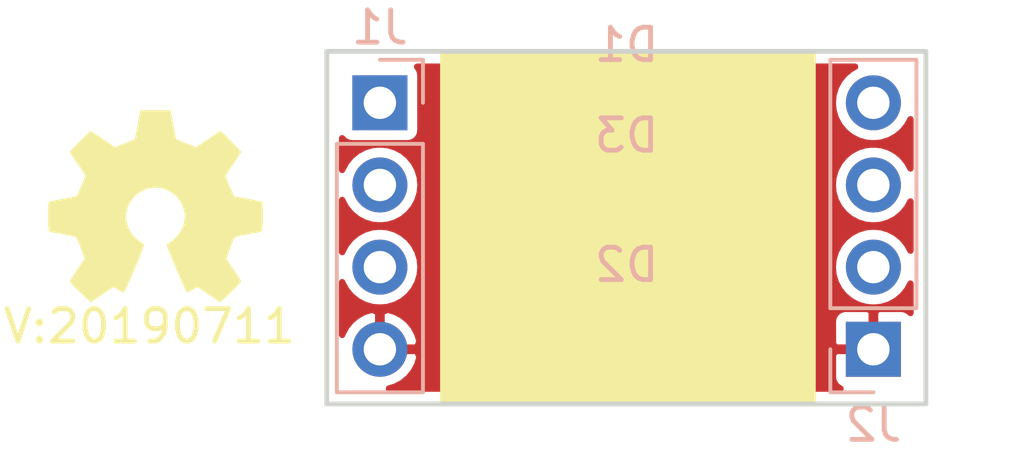
<source format=kicad_pcb>
(kicad_pcb (version 20171130) (host pcbnew 5.1.2-f72e74a~84~ubuntu18.04.1)

  (general
    (thickness 1.6)
    (drawings 4)
    (tracks 0)
    (zones 0)
    (modules 7)
    (nets 8)
  )

  (page A4)
  (layers
    (0 F.Cu signal)
    (31 B.Cu signal)
    (32 B.Adhes user)
    (33 F.Adhes user)
    (34 B.Paste user)
    (35 F.Paste user)
    (36 B.SilkS user)
    (37 F.SilkS user)
    (38 B.Mask user)
    (39 F.Mask user)
    (40 Dwgs.User user)
    (41 Cmts.User user)
    (42 Eco1.User user)
    (43 Eco2.User user)
    (44 Edge.Cuts user)
    (45 Margin user)
    (46 B.CrtYd user)
    (47 F.CrtYd user)
    (48 B.Fab user)
    (49 F.Fab user)
  )

  (setup
    (last_trace_width 0.1524)
    (user_trace_width 0.1524)
    (user_trace_width 0.2)
    (user_trace_width 0.3)
    (user_trace_width 0.4)
    (user_trace_width 0.6)
    (user_trace_width 1)
    (user_trace_width 1.5)
    (user_trace_width 2)
    (trace_clearance 0.1524)
    (zone_clearance 0.508)
    (zone_45_only no)
    (trace_min 0.1524)
    (via_size 0.381)
    (via_drill 0.254)
    (via_min_size 0.381)
    (via_min_drill 0.254)
    (user_via 0.4 0.254)
    (user_via 0.6 0.4)
    (user_via 0.8 0.6)
    (user_via 1 0.8)
    (user_via 1.3 1)
    (user_via 1.5 1.2)
    (user_via 1.7 1.4)
    (user_via 1.9 1.6)
    (uvia_size 0.381)
    (uvia_drill 0.254)
    (uvias_allowed no)
    (uvia_min_size 0.381)
    (uvia_min_drill 0.254)
    (edge_width 0.15)
    (segment_width 0.2)
    (pcb_text_width 0.3)
    (pcb_text_size 1.5 1.5)
    (mod_edge_width 0.15)
    (mod_text_size 1 1)
    (mod_text_width 0.15)
    (pad_size 1.524 1.524)
    (pad_drill 0.762)
    (pad_to_mask_clearance 0.1)
    (solder_mask_min_width 0.1)
    (aux_axis_origin 0 0)
    (visible_elements FFFFFF7F)
    (pcbplotparams
      (layerselection 0x010fc_ffffffff)
      (usegerberextensions true)
      (usegerberattributes false)
      (usegerberadvancedattributes false)
      (creategerberjobfile false)
      (excludeedgelayer true)
      (linewidth 0.100000)
      (plotframeref false)
      (viasonmask false)
      (mode 1)
      (useauxorigin false)
      (hpglpennumber 1)
      (hpglpenspeed 20)
      (hpglpendiameter 15.000000)
      (psnegative false)
      (psa4output false)
      (plotreference true)
      (plotvalue true)
      (plotinvisibletext false)
      (padsonsilk false)
      (subtractmaskfromsilk false)
      (outputformat 1)
      (mirror false)
      (drillshape 0)
      (scaleselection 1)
      (outputdirectory "OSH_Park_2_layer_plots"))
  )

  (net 0 "")
  (net 1 /LED1_A)
  (net 2 /LED1_C)
  (net 3 /LED2_A)
  (net 4 /LED2_C)
  (net 5 /PD_A)
  (net 6 /PD_C)
  (net 7 /VSS)

  (net_class Default "This is the default net class."
    (clearance 0.1524)
    (trace_width 0.1524)
    (via_dia 0.381)
    (via_drill 0.254)
    (uvia_dia 0.381)
    (uvia_drill 0.254)
    (add_net /LED1_A)
    (add_net /LED1_C)
    (add_net /LED2_A)
    (add_net /LED2_C)
    (add_net /PD_A)
    (add_net /PD_C)
    (add_net /VSS)
  )

  (module Connector_PinHeader_2.54mm:PinHeader_1x04_P2.54mm_Vertical (layer B.Cu) (tedit 59FED5CC) (tstamp 5D27EB12)
    (at 170.18 105.41)
    (descr "Through hole straight pin header, 1x04, 2.54mm pitch, single row")
    (tags "Through hole pin header THT 1x04 2.54mm single row")
    (path /5D277F89)
    (fp_text reference J2 (at 0 2.33) (layer B.SilkS)
      (effects (font (size 1 1) (thickness 0.15)) (justify mirror))
    )
    (fp_text value Conn_01x04 (at 0 -9.95) (layer B.Fab)
      (effects (font (size 1 1) (thickness 0.15)) (justify mirror))
    )
    (fp_text user %R (at 0 -3.81 -90) (layer B.Fab)
      (effects (font (size 1 1) (thickness 0.15)) (justify mirror))
    )
    (fp_line (start 1.8 1.8) (end -1.8 1.8) (layer B.CrtYd) (width 0.05))
    (fp_line (start 1.8 -9.4) (end 1.8 1.8) (layer B.CrtYd) (width 0.05))
    (fp_line (start -1.8 -9.4) (end 1.8 -9.4) (layer B.CrtYd) (width 0.05))
    (fp_line (start -1.8 1.8) (end -1.8 -9.4) (layer B.CrtYd) (width 0.05))
    (fp_line (start -1.33 1.33) (end 0 1.33) (layer B.SilkS) (width 0.12))
    (fp_line (start -1.33 0) (end -1.33 1.33) (layer B.SilkS) (width 0.12))
    (fp_line (start -1.33 -1.27) (end 1.33 -1.27) (layer B.SilkS) (width 0.12))
    (fp_line (start 1.33 -1.27) (end 1.33 -8.95) (layer B.SilkS) (width 0.12))
    (fp_line (start -1.33 -1.27) (end -1.33 -8.95) (layer B.SilkS) (width 0.12))
    (fp_line (start -1.33 -8.95) (end 1.33 -8.95) (layer B.SilkS) (width 0.12))
    (fp_line (start -1.27 0.635) (end -0.635 1.27) (layer B.Fab) (width 0.1))
    (fp_line (start -1.27 -8.89) (end -1.27 0.635) (layer B.Fab) (width 0.1))
    (fp_line (start 1.27 -8.89) (end -1.27 -8.89) (layer B.Fab) (width 0.1))
    (fp_line (start 1.27 1.27) (end 1.27 -8.89) (layer B.Fab) (width 0.1))
    (fp_line (start -0.635 1.27) (end 1.27 1.27) (layer B.Fab) (width 0.1))
    (pad 4 thru_hole oval (at 0 -7.62) (size 1.7 1.7) (drill 1) (layers *.Cu *.Mask)
      (net 2 /LED1_C))
    (pad 3 thru_hole oval (at 0 -5.08) (size 1.7 1.7) (drill 1) (layers *.Cu *.Mask)
      (net 6 /PD_C))
    (pad 2 thru_hole oval (at 0 -2.54) (size 1.7 1.7) (drill 1) (layers *.Cu *.Mask)
      (net 4 /LED2_C))
    (pad 1 thru_hole rect (at 0 0) (size 1.7 1.7) (drill 1) (layers *.Cu *.Mask)
      (net 7 /VSS))
    (model ${KISYS3DMOD}/Connector_PinHeader_2.54mm.3dshapes/PinHeader_1x04_P2.54mm_Vertical.wrl
      (at (xyz 0 0 0))
      (scale (xyz 1 1 1))
      (rotate (xyz 0 0 0))
    )
  )

  (module Connector_PinHeader_2.54mm:PinHeader_1x04_P2.54mm_Vertical (layer B.Cu) (tedit 59FED5CC) (tstamp 5D27E54E)
    (at 154.94 97.79 180)
    (descr "Through hole straight pin header, 1x04, 2.54mm pitch, single row")
    (tags "Through hole pin header THT 1x04 2.54mm single row")
    (path /5D277621)
    (fp_text reference J1 (at 0 2.33) (layer B.SilkS)
      (effects (font (size 1 1) (thickness 0.15)) (justify mirror))
    )
    (fp_text value Conn_01x04 (at 0 -9.95) (layer B.Fab)
      (effects (font (size 1 1) (thickness 0.15)) (justify mirror))
    )
    (fp_text user %R (at 0 -3.81 270) (layer B.Fab)
      (effects (font (size 1 1) (thickness 0.15)) (justify mirror))
    )
    (fp_line (start 1.8 1.8) (end -1.8 1.8) (layer B.CrtYd) (width 0.05))
    (fp_line (start 1.8 -9.4) (end 1.8 1.8) (layer B.CrtYd) (width 0.05))
    (fp_line (start -1.8 -9.4) (end 1.8 -9.4) (layer B.CrtYd) (width 0.05))
    (fp_line (start -1.8 1.8) (end -1.8 -9.4) (layer B.CrtYd) (width 0.05))
    (fp_line (start -1.33 1.33) (end 0 1.33) (layer B.SilkS) (width 0.12))
    (fp_line (start -1.33 0) (end -1.33 1.33) (layer B.SilkS) (width 0.12))
    (fp_line (start -1.33 -1.27) (end 1.33 -1.27) (layer B.SilkS) (width 0.12))
    (fp_line (start 1.33 -1.27) (end 1.33 -8.95) (layer B.SilkS) (width 0.12))
    (fp_line (start -1.33 -1.27) (end -1.33 -8.95) (layer B.SilkS) (width 0.12))
    (fp_line (start -1.33 -8.95) (end 1.33 -8.95) (layer B.SilkS) (width 0.12))
    (fp_line (start -1.27 0.635) (end -0.635 1.27) (layer B.Fab) (width 0.1))
    (fp_line (start -1.27 -8.89) (end -1.27 0.635) (layer B.Fab) (width 0.1))
    (fp_line (start 1.27 -8.89) (end -1.27 -8.89) (layer B.Fab) (width 0.1))
    (fp_line (start 1.27 1.27) (end 1.27 -8.89) (layer B.Fab) (width 0.1))
    (fp_line (start -0.635 1.27) (end 1.27 1.27) (layer B.Fab) (width 0.1))
    (pad 4 thru_hole oval (at 0 -7.62 180) (size 1.7 1.7) (drill 1) (layers *.Cu *.Mask)
      (net 7 /VSS))
    (pad 3 thru_hole oval (at 0 -5.08 180) (size 1.7 1.7) (drill 1) (layers *.Cu *.Mask)
      (net 3 /LED2_A))
    (pad 2 thru_hole oval (at 0 -2.54 180) (size 1.7 1.7) (drill 1) (layers *.Cu *.Mask)
      (net 5 /PD_A))
    (pad 1 thru_hole rect (at 0 0 180) (size 1.7 1.7) (drill 1) (layers *.Cu *.Mask)
      (net 1 /LED1_A))
    (model ${KISYS3DMOD}/Connector_PinHeader_2.54mm.3dshapes/PinHeader_1x04_P2.54mm_Vertical.wrl
      (at (xyz 0 0 0))
      (scale (xyz 1 1 1))
      (rotate (xyz 0 0 0))
    )
  )

  (module SquantorDiodes:SFH2440_reverse (layer B.Cu) (tedit 5D27885C) (tstamp 5D27E536)
    (at 162.56 101.6 180)
    (descr "Osram SFH2440 Photodiode Reverse mounting")
    (tags "Osram SFH2440 Photodiode Reverse")
    (path /5D27B9AE)
    (attr smd)
    (fp_text reference D3 (at 0 2.8) (layer B.SilkS)
      (effects (font (size 1 1) (thickness 0.15)) (justify mirror))
    )
    (fp_text value D_Photo (at 0 -3.2) (layer B.Fab)
      (effects (font (size 1 1) (thickness 0.15)) (justify mirror))
    )
    (fp_text user "cut out" (at -0.5 1.7) (layer Dwgs.User)
      (effects (font (size 0.6 0.6) (thickness 0.1)))
    )
    (fp_line (start -3 -2.2) (end -3 2.2) (layer Dwgs.User) (width 0.1))
    (fp_line (start 3 -2.2) (end -3 -2.2) (layer Dwgs.User) (width 0.1))
    (fp_line (start 3 2.2) (end 3 -2.2) (layer Dwgs.User) (width 0.1))
    (fp_line (start -3 2.2) (end 3 2.2) (layer Dwgs.User) (width 0.1))
    (fp_line (start 2.85 0.7) (end 2.85 -0.7) (layer B.Fab) (width 0.1))
    (fp_line (start -2.85 -0.75) (end -2.2 -0.75) (layer B.Fab) (width 0.1))
    (fp_line (start -2.85 0.75) (end -2.2 0.75) (layer B.Fab) (width 0.1))
    (fp_line (start -2.85 0.75) (end -2.85 -0.75) (layer B.Fab) (width 0.1))
    (fp_line (start -3.25 -0.35) (end -2.85 -0.35) (layer B.Fab) (width 0.1))
    (fp_line (start -3.25 0.35) (end -2.85 0.35) (layer B.Fab) (width 0.1))
    (fp_line (start -3.25 0.35) (end -3.25 -0.35) (layer B.Fab) (width 0.1))
    (fp_line (start 3.25 -0.75) (end 2.2 -0.75) (layer B.Fab) (width 0.1))
    (fp_line (start 3.25 0.75) (end 2.2 0.75) (layer B.Fab) (width 0.1))
    (fp_line (start 3.25 -0.75) (end 3.25 0.75) (layer B.Fab) (width 0.1))
    (fp_poly (pts (xy -1 1.3) (xy 1.6 1.3) (xy 1.6 -1.3) (xy -1 -1.3)) (layer B.Fab) (width 0.1))
    (fp_line (start -1.025 1.325) (end -1.025 -1.325) (layer B.Fab) (width 0.1))
    (fp_line (start 1.625 1.325) (end -1.025 1.325) (layer B.Fab) (width 0.1))
    (fp_line (start 1.625 -1.325) (end 1.625 1.325) (layer B.Fab) (width 0.1))
    (fp_line (start -1.025 -1.325) (end 1.625 -1.325) (layer B.Fab) (width 0.1))
    (fp_line (start -2.2 -1.95) (end -2.2 1.95) (layer B.Fab) (width 0.1))
    (fp_line (start 2.2 -1.95) (end -2.2 -1.95) (layer B.Fab) (width 0.1))
    (fp_line (start 2.2 1.95) (end 2.2 -1.95) (layer B.Fab) (width 0.1))
    (fp_line (start -2.2 1.95) (end 2.2 1.95) (layer B.Fab) (width 0.1))
    (pad 2 smd rect (at 3.4 0 180) (size 0.7 2) (layers B.Cu B.Paste B.Mask)
      (net 5 /PD_A))
    (pad 1 smd rect (at -3.4 0 180) (size 0.7 1.2) (layers B.Cu B.Paste B.Mask)
      (net 6 /PD_C))
  )

  (module SquantorDiodes:KPTR-3216 (layer B.Cu) (tedit 5D277C33) (tstamp 5D27E518)
    (at 162.56 105 180)
    (descr "Kingbright KPTR Reverse LED mount 3216 sized")
    (tags "Kingbright KPTR-3216 Reverse LED 3216")
    (path /5D279E87)
    (attr smd)
    (fp_text reference D2 (at 0 2.2) (layer B.SilkS)
      (effects (font (size 1 1) (thickness 0.15)) (justify mirror))
    )
    (fp_text value LED (at 0 -2.1) (layer B.Fab)
      (effects (font (size 1 1) (thickness 0.15)) (justify mirror))
    )
    (fp_line (start -0.8 0.1) (end -0.8 -0.1) (layer B.Fab) (width 0.1))
    (fp_line (start -0.9 0) (end 0.3 0) (layer B.Fab) (width 0.1))
    (fp_line (start -0.9 0.8) (end -0.9 -0.8) (layer B.Fab) (width 0.1))
    (fp_line (start -0.8 0.1) (end -0.8 0.8) (layer B.Fab) (width 0.1))
    (fp_line (start 0.3 0.1) (end -0.8 0.1) (layer B.Fab) (width 0.1))
    (fp_line (start 0.3 -0.1) (end 0.3 0.1) (layer B.Fab) (width 0.1))
    (fp_line (start -0.8 -0.1) (end 0.3 -0.1) (layer B.Fab) (width 0.1))
    (fp_line (start -0.8 -0.8) (end -0.8 -0.1) (layer B.Fab) (width 0.1))
    (fp_line (start -1 0.8) (end -1 -0.8) (layer B.Fab) (width 0.1))
    (fp_line (start -1.6 -0.8) (end -1.6 0.8) (layer B.Fab) (width 0.1))
    (fp_line (start 1.6 -0.8) (end -1.6 -0.8) (layer B.Fab) (width 0.1))
    (fp_line (start 1.6 0.8) (end 1.6 -0.8) (layer B.Fab) (width 0.1))
    (fp_line (start -1.6 0.8) (end 1.6 0.8) (layer B.Fab) (width 0.1))
    (fp_text user out (at 0 -0.4) (layer Dwgs.User)
      (effects (font (size 0.6 0.6) (thickness 0.1)))
    )
    (fp_text user cut (at 0 0.6) (layer Dwgs.User)
      (effects (font (size 0.6 0.6) (thickness 0.1)))
    )
    (fp_line (start 1.05 -1.15) (end -1.05 -1.15) (layer Dwgs.User) (width 0.1))
    (fp_line (start 1.05 1.15) (end 1.05 -1.15) (layer Dwgs.User) (width 0.1))
    (fp_line (start -1.05 1.15) (end 1.05 1.15) (layer Dwgs.User) (width 0.1))
    (fp_line (start -1.05 -1.15) (end -1.05 1.15) (layer Dwgs.User) (width 0.1))
    (pad 2 smd rect (at 1.8 0 180) (size 1.5 1.6) (layers B.Cu B.Paste B.Mask)
      (net 3 /LED2_A))
    (pad 1 smd rect (at -1.8 0 180) (size 1.5 1.6) (layers B.Cu B.Paste B.Mask)
      (net 4 /LED2_C))
  )

  (module SquantorDiodes:KPTR-3216 (layer B.Cu) (tedit 5D277C33) (tstamp 5D27E4FF)
    (at 162.56 98.2 180)
    (descr "Kingbright KPTR Reverse LED mount 3216 sized")
    (tags "Kingbright KPTR-3216 Reverse LED 3216")
    (path /5D279473)
    (attr smd)
    (fp_text reference D1 (at 0 2.2) (layer B.SilkS)
      (effects (font (size 1 1) (thickness 0.15)) (justify mirror))
    )
    (fp_text value LED (at 0 -2.1) (layer B.Fab)
      (effects (font (size 1 1) (thickness 0.15)) (justify mirror))
    )
    (fp_line (start -0.8 0.1) (end -0.8 -0.1) (layer B.Fab) (width 0.1))
    (fp_line (start -0.9 0) (end 0.3 0) (layer B.Fab) (width 0.1))
    (fp_line (start -0.9 0.8) (end -0.9 -0.8) (layer B.Fab) (width 0.1))
    (fp_line (start -0.8 0.1) (end -0.8 0.8) (layer B.Fab) (width 0.1))
    (fp_line (start 0.3 0.1) (end -0.8 0.1) (layer B.Fab) (width 0.1))
    (fp_line (start 0.3 -0.1) (end 0.3 0.1) (layer B.Fab) (width 0.1))
    (fp_line (start -0.8 -0.1) (end 0.3 -0.1) (layer B.Fab) (width 0.1))
    (fp_line (start -0.8 -0.8) (end -0.8 -0.1) (layer B.Fab) (width 0.1))
    (fp_line (start -1 0.8) (end -1 -0.8) (layer B.Fab) (width 0.1))
    (fp_line (start -1.6 -0.8) (end -1.6 0.8) (layer B.Fab) (width 0.1))
    (fp_line (start 1.6 -0.8) (end -1.6 -0.8) (layer B.Fab) (width 0.1))
    (fp_line (start 1.6 0.8) (end 1.6 -0.8) (layer B.Fab) (width 0.1))
    (fp_line (start -1.6 0.8) (end 1.6 0.8) (layer B.Fab) (width 0.1))
    (fp_text user out (at 0 -0.4) (layer Dwgs.User)
      (effects (font (size 0.6 0.6) (thickness 0.1)))
    )
    (fp_text user cut (at 0 0.6) (layer Dwgs.User)
      (effects (font (size 0.6 0.6) (thickness 0.1)))
    )
    (fp_line (start 1.05 -1.15) (end -1.05 -1.15) (layer Dwgs.User) (width 0.1))
    (fp_line (start 1.05 1.15) (end 1.05 -1.15) (layer Dwgs.User) (width 0.1))
    (fp_line (start -1.05 1.15) (end 1.05 1.15) (layer Dwgs.User) (width 0.1))
    (fp_line (start -1.05 -1.15) (end -1.05 1.15) (layer Dwgs.User) (width 0.1))
    (pad 2 smd rect (at 1.8 0 180) (size 1.5 1.6) (layers B.Cu B.Paste B.Mask)
      (net 1 /LED1_A))
    (pad 1 smd rect (at -1.8 0 180) (size 1.5 1.6) (layers B.Cu B.Paste B.Mask)
      (net 2 /LED1_C))
  )

  (module Symbols:OSHW-Symbol_6.7x6mm_SilkScreen (layer F.Cu) (tedit 0) (tstamp 5A135134)
    (at 148 101)
    (descr "Open Source Hardware Symbol")
    (tags "Logo Symbol OSHW")
    (path /5A135869)
    (attr virtual)
    (fp_text reference N1 (at 0 0) (layer F.SilkS) hide
      (effects (font (size 1 1) (thickness 0.15)))
    )
    (fp_text value OHWLOGO (at 0.75 0) (layer F.Fab) hide
      (effects (font (size 1 1) (thickness 0.15)))
    )
    (fp_poly (pts (xy 0.555814 -2.531069) (xy 0.639635 -2.086445) (xy 0.94892 -1.958947) (xy 1.258206 -1.831449)
      (xy 1.629246 -2.083754) (xy 1.733157 -2.154004) (xy 1.827087 -2.216728) (xy 1.906652 -2.269062)
      (xy 1.96747 -2.308143) (xy 2.005157 -2.331107) (xy 2.015421 -2.336058) (xy 2.03391 -2.323324)
      (xy 2.07342 -2.288118) (xy 2.129522 -2.234938) (xy 2.197787 -2.168282) (xy 2.273786 -2.092646)
      (xy 2.353092 -2.012528) (xy 2.431275 -1.932426) (xy 2.503907 -1.856836) (xy 2.566559 -1.790255)
      (xy 2.614803 -1.737182) (xy 2.64421 -1.702113) (xy 2.651241 -1.690377) (xy 2.641123 -1.66874)
      (xy 2.612759 -1.621338) (xy 2.569129 -1.552807) (xy 2.513218 -1.467785) (xy 2.448006 -1.370907)
      (xy 2.410219 -1.31565) (xy 2.341343 -1.214752) (xy 2.28014 -1.123701) (xy 2.229578 -1.04703)
      (xy 2.192628 -0.989272) (xy 2.172258 -0.954957) (xy 2.169197 -0.947746) (xy 2.176136 -0.927252)
      (xy 2.195051 -0.879487) (xy 2.223087 -0.811168) (xy 2.257391 -0.729011) (xy 2.295109 -0.63973)
      (xy 2.333387 -0.550042) (xy 2.36937 -0.466662) (xy 2.400206 -0.396306) (xy 2.423039 -0.34569)
      (xy 2.435017 -0.321529) (xy 2.435724 -0.320578) (xy 2.454531 -0.315964) (xy 2.504618 -0.305672)
      (xy 2.580793 -0.290713) (xy 2.677865 -0.272099) (xy 2.790643 -0.250841) (xy 2.856442 -0.238582)
      (xy 2.97695 -0.215638) (xy 3.085797 -0.193805) (xy 3.177476 -0.174278) (xy 3.246481 -0.158252)
      (xy 3.287304 -0.146921) (xy 3.295511 -0.143326) (xy 3.303548 -0.118994) (xy 3.310033 -0.064041)
      (xy 3.31497 0.015108) (xy 3.318364 0.112026) (xy 3.320218 0.220287) (xy 3.320538 0.333465)
      (xy 3.319327 0.445135) (xy 3.31659 0.548868) (xy 3.312331 0.638241) (xy 3.306555 0.706826)
      (xy 3.299267 0.748197) (xy 3.294895 0.75681) (xy 3.268764 0.767133) (xy 3.213393 0.781892)
      (xy 3.136107 0.799352) (xy 3.04423 0.81778) (xy 3.012158 0.823741) (xy 2.857524 0.852066)
      (xy 2.735375 0.874876) (xy 2.641673 0.89308) (xy 2.572384 0.907583) (xy 2.523471 0.919292)
      (xy 2.490897 0.929115) (xy 2.470628 0.937956) (xy 2.458626 0.946724) (xy 2.456947 0.948457)
      (xy 2.440184 0.976371) (xy 2.414614 1.030695) (xy 2.382788 1.104777) (xy 2.34726 1.191965)
      (xy 2.310583 1.285608) (xy 2.275311 1.379052) (xy 2.243996 1.465647) (xy 2.219193 1.53874)
      (xy 2.203454 1.591678) (xy 2.199332 1.617811) (xy 2.199676 1.618726) (xy 2.213641 1.640086)
      (xy 2.245322 1.687084) (xy 2.291391 1.754827) (xy 2.348518 1.838423) (xy 2.413373 1.932982)
      (xy 2.431843 1.959854) (xy 2.497699 2.057275) (xy 2.55565 2.146163) (xy 2.602538 2.221412)
      (xy 2.635207 2.27792) (xy 2.6505 2.310581) (xy 2.651241 2.314593) (xy 2.638392 2.335684)
      (xy 2.602888 2.377464) (xy 2.549293 2.435445) (xy 2.482171 2.505135) (xy 2.406087 2.582045)
      (xy 2.325604 2.661683) (xy 2.245287 2.739561) (xy 2.169699 2.811186) (xy 2.103405 2.87207)
      (xy 2.050969 2.917721) (xy 2.016955 2.94365) (xy 2.007545 2.947883) (xy 1.985643 2.937912)
      (xy 1.9408 2.91102) (xy 1.880321 2.871736) (xy 1.833789 2.840117) (xy 1.749475 2.782098)
      (xy 1.649626 2.713784) (xy 1.549473 2.645579) (xy 1.495627 2.609075) (xy 1.313371 2.4858)
      (xy 1.160381 2.56852) (xy 1.090682 2.604759) (xy 1.031414 2.632926) (xy 0.991311 2.648991)
      (xy 0.981103 2.651226) (xy 0.968829 2.634722) (xy 0.944613 2.588082) (xy 0.910263 2.515609)
      (xy 0.867588 2.421606) (xy 0.818394 2.310374) (xy 0.76449 2.186215) (xy 0.707684 2.053432)
      (xy 0.649782 1.916327) (xy 0.592593 1.779202) (xy 0.537924 1.646358) (xy 0.487584 1.522098)
      (xy 0.44338 1.410725) (xy 0.407119 1.316539) (xy 0.380609 1.243844) (xy 0.365658 1.196941)
      (xy 0.363254 1.180833) (xy 0.382311 1.160286) (xy 0.424036 1.126933) (xy 0.479706 1.087702)
      (xy 0.484378 1.084599) (xy 0.628264 0.969423) (xy 0.744283 0.835053) (xy 0.83143 0.685784)
      (xy 0.888699 0.525913) (xy 0.915086 0.359737) (xy 0.909585 0.191552) (xy 0.87119 0.025655)
      (xy 0.798895 -0.133658) (xy 0.777626 -0.168513) (xy 0.666996 -0.309263) (xy 0.536302 -0.422286)
      (xy 0.390064 -0.506997) (xy 0.232808 -0.562806) (xy 0.069057 -0.589126) (xy -0.096667 -0.58537)
      (xy -0.259838 -0.55095) (xy -0.415935 -0.485277) (xy -0.560433 -0.387765) (xy -0.605131 -0.348187)
      (xy -0.718888 -0.224297) (xy -0.801782 -0.093876) (xy -0.858644 0.052315) (xy -0.890313 0.197088)
      (xy -0.898131 0.35986) (xy -0.872062 0.52344) (xy -0.814755 0.682298) (xy -0.728856 0.830906)
      (xy -0.617014 0.963735) (xy -0.481877 1.075256) (xy -0.464117 1.087011) (xy -0.40785 1.125508)
      (xy -0.365077 1.158863) (xy -0.344628 1.18016) (xy -0.344331 1.180833) (xy -0.348721 1.203871)
      (xy -0.366124 1.256157) (xy -0.394732 1.33339) (xy -0.432735 1.431268) (xy -0.478326 1.545491)
      (xy -0.529697 1.671758) (xy -0.585038 1.805767) (xy -0.642542 1.943218) (xy -0.700399 2.079808)
      (xy -0.756802 2.211237) (xy -0.809942 2.333205) (xy -0.85801 2.441409) (xy -0.899199 2.531549)
      (xy -0.931699 2.599323) (xy -0.953703 2.64043) (xy -0.962564 2.651226) (xy -0.98964 2.642819)
      (xy -1.040303 2.620272) (xy -1.105817 2.587613) (xy -1.141841 2.56852) (xy -1.294832 2.4858)
      (xy -1.477088 2.609075) (xy -1.570125 2.672228) (xy -1.671985 2.741727) (xy -1.767438 2.807165)
      (xy -1.81525 2.840117) (xy -1.882495 2.885273) (xy -1.939436 2.921057) (xy -1.978646 2.942938)
      (xy -1.991381 2.947563) (xy -2.009917 2.935085) (xy -2.050941 2.900252) (xy -2.110475 2.846678)
      (xy -2.184542 2.777983) (xy -2.269165 2.697781) (xy -2.322685 2.646286) (xy -2.416319 2.554286)
      (xy -2.497241 2.471999) (xy -2.562177 2.402945) (xy -2.607858 2.350644) (xy -2.631011 2.318616)
      (xy -2.633232 2.312116) (xy -2.622924 2.287394) (xy -2.594439 2.237405) (xy -2.550937 2.167212)
      (xy -2.495577 2.081875) (xy -2.43152 1.986456) (xy -2.413303 1.959854) (xy -2.346927 1.863167)
      (xy -2.287378 1.776117) (xy -2.237984 1.703595) (xy -2.202075 1.650493) (xy -2.182981 1.621703)
      (xy -2.181136 1.618726) (xy -2.183895 1.595782) (xy -2.198538 1.545336) (xy -2.222513 1.474041)
      (xy -2.253266 1.388547) (xy -2.288244 1.295507) (xy -2.324893 1.201574) (xy -2.360661 1.113399)
      (xy -2.392994 1.037634) (xy -2.419338 0.980931) (xy -2.437142 0.949943) (xy -2.438407 0.948457)
      (xy -2.449294 0.939601) (xy -2.467682 0.930843) (xy -2.497606 0.921277) (xy -2.543103 0.909996)
      (xy -2.608209 0.896093) (xy -2.696961 0.878663) (xy -2.813393 0.856798) (xy -2.961542 0.829591)
      (xy -2.993618 0.823741) (xy -3.088686 0.805374) (xy -3.171565 0.787405) (xy -3.23493 0.771569)
      (xy -3.271458 0.7596) (xy -3.276356 0.75681) (xy -3.284427 0.732072) (xy -3.290987 0.67679)
      (xy -3.296033 0.597389) (xy -3.299559 0.500296) (xy -3.301561 0.391938) (xy -3.302036 0.27874)
      (xy -3.300977 0.167128) (xy -3.298382 0.063529) (xy -3.294246 -0.025632) (xy -3.288563 -0.093928)
      (xy -3.281331 -0.134934) (xy -3.276971 -0.143326) (xy -3.252698 -0.151792) (xy -3.197426 -0.165565)
      (xy -3.116662 -0.18345) (xy -3.015912 -0.204252) (xy -2.900683 -0.226777) (xy -2.837902 -0.238582)
      (xy -2.718787 -0.260849) (xy -2.612565 -0.281021) (xy -2.524427 -0.298085) (xy -2.459566 -0.311031)
      (xy -2.423174 -0.318845) (xy -2.417184 -0.320578) (xy -2.407061 -0.34011) (xy -2.385662 -0.387157)
      (xy -2.355839 -0.454997) (xy -2.320445 -0.536909) (xy -2.282332 -0.626172) (xy -2.244353 -0.716065)
      (xy -2.20936 -0.799865) (xy -2.180206 -0.870853) (xy -2.159743 -0.922306) (xy -2.150823 -0.947503)
      (xy -2.150657 -0.948604) (xy -2.160769 -0.968481) (xy -2.189117 -1.014223) (xy -2.232723 -1.081283)
      (xy -2.288606 -1.165116) (xy -2.353787 -1.261174) (xy -2.391679 -1.31635) (xy -2.460725 -1.417519)
      (xy -2.52205 -1.50937) (xy -2.572663 -1.587256) (xy -2.609571 -1.646531) (xy -2.629782 -1.682549)
      (xy -2.632701 -1.690623) (xy -2.620153 -1.709416) (xy -2.585463 -1.749543) (xy -2.533063 -1.806507)
      (xy -2.467384 -1.875815) (xy -2.392856 -1.952969) (xy -2.313913 -2.033475) (xy -2.234983 -2.112837)
      (xy -2.1605 -2.18656) (xy -2.094894 -2.250148) (xy -2.042596 -2.299106) (xy -2.008039 -2.328939)
      (xy -1.996478 -2.336058) (xy -1.977654 -2.326047) (xy -1.932631 -2.297922) (xy -1.865787 -2.254546)
      (xy -1.781499 -2.198782) (xy -1.684144 -2.133494) (xy -1.610707 -2.083754) (xy -1.239667 -1.831449)
      (xy -0.621095 -2.086445) (xy -0.537275 -2.531069) (xy -0.453454 -2.975693) (xy 0.471994 -2.975693)
      (xy 0.555814 -2.531069)) (layer F.SilkS) (width 0.01))
  )

  (module SquantorLabels:Label_version (layer F.Cu) (tedit 5B5A1E49) (tstamp 5B96DD88)
    (at 148.9 104.8)
    (path /5A1357A5)
    (fp_text reference N2 (at 0 1.4) (layer F.Fab) hide
      (effects (font (size 1 1) (thickness 0.15)))
    )
    (fp_text value 20190711 (at -0.4 -0.1) (layer F.SilkS)
      (effects (font (size 1 1) (thickness 0.15)))
    )
    (fp_text user V: (at -4.9 -0.1) (layer F.SilkS)
      (effects (font (size 1 1) (thickness 0.15)))
    )
  )

  (gr_line (start 153.3 107.1) (end 153.3 96.2) (layer Edge.Cuts) (width 0.15) (tstamp 5D27E982))
  (gr_line (start 171.8 107.1) (end 153.3 107.1) (layer Edge.Cuts) (width 0.15))
  (gr_line (start 171.8 96.2) (end 171.8 107.1) (layer Edge.Cuts) (width 0.15))
  (gr_line (start 153.3 96.2) (end 171.8 96.2) (layer Edge.Cuts) (width 0.15))

  (zone (net 7) (net_name /VSS) (layer F.Cu) (tstamp 0) (hatch edge 0.508)
    (connect_pads (clearance 0.3))
    (min_thickness 0.2)
    (fill yes (arc_segments 32) (thermal_gap 0.3) (thermal_bridge_width 0.3))
    (polygon
      (pts
        (xy 153.3 96.2) (xy 171.8 96.2) (xy 171.8 107.1) (xy 153.3 107.1)
      )
    )
    (filled_polygon
      (pts
        (xy 169.482177 96.745634) (xy 169.29184 96.90184) (xy 169.135634 97.092177) (xy 169.019563 97.309331) (xy 168.948087 97.544957)
        (xy 168.923952 97.79) (xy 168.948087 98.035043) (xy 169.019563 98.270669) (xy 169.135634 98.487823) (xy 169.29184 98.67816)
        (xy 169.482177 98.834366) (xy 169.699331 98.950437) (xy 169.934957 99.021913) (xy 170.118595 99.04) (xy 170.241405 99.04)
        (xy 170.425043 99.021913) (xy 170.660669 98.950437) (xy 170.877823 98.834366) (xy 171.06816 98.67816) (xy 171.224366 98.487823)
        (xy 171.325 98.299549) (xy 171.325 99.820451) (xy 171.224366 99.632177) (xy 171.06816 99.44184) (xy 170.877823 99.285634)
        (xy 170.660669 99.169563) (xy 170.425043 99.098087) (xy 170.241405 99.08) (xy 170.118595 99.08) (xy 169.934957 99.098087)
        (xy 169.699331 99.169563) (xy 169.482177 99.285634) (xy 169.29184 99.44184) (xy 169.135634 99.632177) (xy 169.019563 99.849331)
        (xy 168.948087 100.084957) (xy 168.923952 100.33) (xy 168.948087 100.575043) (xy 169.019563 100.810669) (xy 169.135634 101.027823)
        (xy 169.29184 101.21816) (xy 169.482177 101.374366) (xy 169.699331 101.490437) (xy 169.934957 101.561913) (xy 170.118595 101.58)
        (xy 170.241405 101.58) (xy 170.425043 101.561913) (xy 170.660669 101.490437) (xy 170.877823 101.374366) (xy 171.06816 101.21816)
        (xy 171.224366 101.027823) (xy 171.325 100.839549) (xy 171.325001 102.360451) (xy 171.224366 102.172177) (xy 171.06816 101.98184)
        (xy 170.877823 101.825634) (xy 170.660669 101.709563) (xy 170.425043 101.638087) (xy 170.241405 101.62) (xy 170.118595 101.62)
        (xy 169.934957 101.638087) (xy 169.699331 101.709563) (xy 169.482177 101.825634) (xy 169.29184 101.98184) (xy 169.135634 102.172177)
        (xy 169.019563 102.389331) (xy 168.948087 102.624957) (xy 168.923952 102.87) (xy 168.948087 103.115043) (xy 169.019563 103.350669)
        (xy 169.135634 103.567823) (xy 169.29184 103.75816) (xy 169.482177 103.914366) (xy 169.699331 104.030437) (xy 169.934957 104.101913)
        (xy 170.118595 104.12) (xy 170.241405 104.12) (xy 170.425043 104.101913) (xy 170.660669 104.030437) (xy 170.877823 103.914366)
        (xy 171.06816 103.75816) (xy 171.224366 103.567823) (xy 171.325001 103.379548) (xy 171.325001 104.288936) (xy 171.314211 104.275789)
        (xy 171.253303 104.225803) (xy 171.183814 104.18866) (xy 171.108414 104.165788) (xy 171.03 104.158065) (xy 170.33 104.16)
        (xy 170.23 104.26) (xy 170.23 105.36) (xy 170.25 105.36) (xy 170.25 105.46) (xy 170.23 105.46)
        (xy 170.23 105.48) (xy 170.13 105.48) (xy 170.13 105.46) (xy 169.03 105.46) (xy 168.93 105.56)
        (xy 168.928065 106.26) (xy 168.935788 106.338414) (xy 168.95866 106.413814) (xy 168.995803 106.483303) (xy 169.045789 106.544211)
        (xy 169.106697 106.594197) (xy 169.164325 106.625) (xy 155.220289 106.625) (xy 155.41921 106.564497) (xy 155.635233 106.448824)
        (xy 155.824539 106.29323) (xy 155.979852 106.103694) (xy 156.095205 105.8875) (xy 156.165801 105.654771) (xy 156.088913 105.46)
        (xy 154.99 105.46) (xy 154.99 105.48) (xy 154.89 105.48) (xy 154.89 105.46) (xy 154.87 105.46)
        (xy 154.87 105.36) (xy 154.89 105.36) (xy 154.89 104.260998) (xy 154.99 104.260998) (xy 154.99 105.36)
        (xy 156.088913 105.36) (xy 156.165801 105.165229) (xy 156.095205 104.9325) (xy 155.979852 104.716306) (xy 155.851769 104.56)
        (xy 168.928065 104.56) (xy 168.93 105.26) (xy 169.03 105.36) (xy 170.13 105.36) (xy 170.13 104.26)
        (xy 170.03 104.16) (xy 169.33 104.158065) (xy 169.251586 104.165788) (xy 169.176186 104.18866) (xy 169.106697 104.225803)
        (xy 169.045789 104.275789) (xy 168.995803 104.336697) (xy 168.95866 104.406186) (xy 168.935788 104.481586) (xy 168.928065 104.56)
        (xy 155.851769 104.56) (xy 155.824539 104.52677) (xy 155.635233 104.371176) (xy 155.41921 104.255503) (xy 155.184771 104.184197)
        (xy 154.99 104.260998) (xy 154.89 104.260998) (xy 154.695229 104.184197) (xy 154.46079 104.255503) (xy 154.244767 104.371176)
        (xy 154.055461 104.52677) (xy 153.900148 104.716306) (xy 153.784795 104.9325) (xy 153.775 104.964791) (xy 153.775 103.335627)
        (xy 153.779563 103.350669) (xy 153.895634 103.567823) (xy 154.05184 103.75816) (xy 154.242177 103.914366) (xy 154.459331 104.030437)
        (xy 154.694957 104.101913) (xy 154.878595 104.12) (xy 155.001405 104.12) (xy 155.185043 104.101913) (xy 155.420669 104.030437)
        (xy 155.637823 103.914366) (xy 155.82816 103.75816) (xy 155.984366 103.567823) (xy 156.100437 103.350669) (xy 156.171913 103.115043)
        (xy 156.196048 102.87) (xy 156.171913 102.624957) (xy 156.100437 102.389331) (xy 155.984366 102.172177) (xy 155.82816 101.98184)
        (xy 155.637823 101.825634) (xy 155.420669 101.709563) (xy 155.185043 101.638087) (xy 155.001405 101.62) (xy 154.878595 101.62)
        (xy 154.694957 101.638087) (xy 154.459331 101.709563) (xy 154.242177 101.825634) (xy 154.05184 101.98184) (xy 153.895634 102.172177)
        (xy 153.779563 102.389331) (xy 153.775 102.404373) (xy 153.775 100.795627) (xy 153.779563 100.810669) (xy 153.895634 101.027823)
        (xy 154.05184 101.21816) (xy 154.242177 101.374366) (xy 154.459331 101.490437) (xy 154.694957 101.561913) (xy 154.878595 101.58)
        (xy 155.001405 101.58) (xy 155.185043 101.561913) (xy 155.420669 101.490437) (xy 155.637823 101.374366) (xy 155.82816 101.21816)
        (xy 155.984366 101.027823) (xy 156.100437 100.810669) (xy 156.171913 100.575043) (xy 156.196048 100.33) (xy 156.171913 100.084957)
        (xy 156.100437 99.849331) (xy 155.984366 99.632177) (xy 155.82816 99.44184) (xy 155.637823 99.285634) (xy 155.420669 99.169563)
        (xy 155.185043 99.098087) (xy 155.001405 99.08) (xy 154.878595 99.08) (xy 154.694957 99.098087) (xy 154.459331 99.169563)
        (xy 154.242177 99.285634) (xy 154.05184 99.44184) (xy 153.895634 99.632177) (xy 153.779563 99.849331) (xy 153.775 99.864373)
        (xy 153.775 98.886695) (xy 153.805789 98.924211) (xy 153.866697 98.974197) (xy 153.936186 99.01134) (xy 154.011586 99.034212)
        (xy 154.09 99.041935) (xy 155.79 99.041935) (xy 155.868414 99.034212) (xy 155.943814 99.01134) (xy 156.013303 98.974197)
        (xy 156.074211 98.924211) (xy 156.124197 98.863303) (xy 156.16134 98.793814) (xy 156.184212 98.718414) (xy 156.191935 98.64)
        (xy 156.191935 96.94) (xy 156.184212 96.861586) (xy 156.16134 96.786186) (xy 156.124197 96.716697) (xy 156.089977 96.675)
        (xy 169.614324 96.675)
      )
    )
  )
  (zone (net 0) (net_name "") (layer F.SilkS) (tstamp 0) (hatch edge 0.508)
    (connect_pads (clearance 0.508))
    (min_thickness 0.1)
    (fill yes (arc_segments 32) (thermal_gap 0.508) (thermal_bridge_width 0.508))
    (polygon
      (pts
        (xy 156.8 96.2) (xy 168.4 96.2) (xy 168.4 107.1) (xy 156.8 107.1)
      )
    )
    (filled_polygon
      (pts
        (xy 168.35 107.05) (xy 156.85 107.05) (xy 156.85 96.25) (xy 168.35 96.25)
      )
    )
  )
)

</source>
